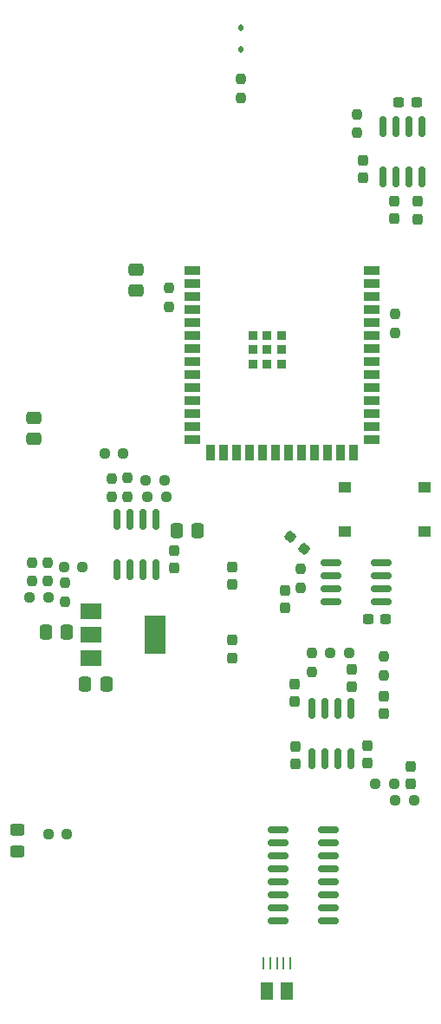
<source format=gbr>
G04 #@! TF.GenerationSoftware,KiCad,Pcbnew,7.0.9*
G04 #@! TF.CreationDate,2024-06-15T21:38:13-04:00*
G04 #@! TF.ProjectId,MEAP_Rev3c,4d454150-5f52-4657-9633-632e6b696361,rev?*
G04 #@! TF.SameCoordinates,Original*
G04 #@! TF.FileFunction,Paste,Top*
G04 #@! TF.FilePolarity,Positive*
%FSLAX46Y46*%
G04 Gerber Fmt 4.6, Leading zero omitted, Abs format (unit mm)*
G04 Created by KiCad (PCBNEW 7.0.9) date 2024-06-15 21:38:13*
%MOMM*%
%LPD*%
G01*
G04 APERTURE LIST*
G04 Aperture macros list*
%AMRoundRect*
0 Rectangle with rounded corners*
0 $1 Rounding radius*
0 $2 $3 $4 $5 $6 $7 $8 $9 X,Y pos of 4 corners*
0 Add a 4 corners polygon primitive as box body*
4,1,4,$2,$3,$4,$5,$6,$7,$8,$9,$2,$3,0*
0 Add four circle primitives for the rounded corners*
1,1,$1+$1,$2,$3*
1,1,$1+$1,$4,$5*
1,1,$1+$1,$6,$7*
1,1,$1+$1,$8,$9*
0 Add four rect primitives between the rounded corners*
20,1,$1+$1,$2,$3,$4,$5,0*
20,1,$1+$1,$4,$5,$6,$7,0*
20,1,$1+$1,$6,$7,$8,$9,0*
20,1,$1+$1,$8,$9,$2,$3,0*%
G04 Aperture macros list end*
%ADD10RoundRect,0.237500X-0.237500X0.300000X-0.237500X-0.300000X0.237500X-0.300000X0.237500X0.300000X0*%
%ADD11RoundRect,0.237500X0.237500X-0.300000X0.237500X0.300000X-0.237500X0.300000X-0.237500X-0.300000X0*%
%ADD12R,2.000000X1.500000*%
%ADD13R,2.000000X3.800000*%
%ADD14RoundRect,0.237500X0.250000X0.237500X-0.250000X0.237500X-0.250000X-0.237500X0.250000X-0.237500X0*%
%ADD15RoundRect,0.150000X-0.150000X0.825000X-0.150000X-0.825000X0.150000X-0.825000X0.150000X0.825000X0*%
%ADD16RoundRect,0.237500X0.344173X0.021239X-0.038849X0.342632X-0.344173X-0.021239X0.038849X-0.342632X0*%
%ADD17RoundRect,0.237500X0.237500X-0.250000X0.237500X0.250000X-0.237500X0.250000X-0.237500X-0.250000X0*%
%ADD18RoundRect,0.150000X-0.825000X-0.150000X0.825000X-0.150000X0.825000X0.150000X-0.825000X0.150000X0*%
%ADD19RoundRect,0.250000X-0.337500X-0.475000X0.337500X-0.475000X0.337500X0.475000X-0.337500X0.475000X0*%
%ADD20RoundRect,0.237500X-0.300000X-0.237500X0.300000X-0.237500X0.300000X0.237500X-0.300000X0.237500X0*%
%ADD21R,1.500000X0.900000*%
%ADD22R,0.900000X1.500000*%
%ADD23R,0.900000X0.900000*%
%ADD24R,1.250000X1.000000*%
%ADD25RoundRect,0.237500X-0.237500X0.250000X-0.237500X-0.250000X0.237500X-0.250000X0.237500X0.250000X0*%
%ADD26RoundRect,0.250000X0.337500X0.475000X-0.337500X0.475000X-0.337500X-0.475000X0.337500X-0.475000X0*%
%ADD27RoundRect,0.237500X-0.250000X-0.237500X0.250000X-0.237500X0.250000X0.237500X-0.250000X0.237500X0*%
%ADD28RoundRect,0.250000X0.475000X-0.337500X0.475000X0.337500X-0.475000X0.337500X-0.475000X-0.337500X0*%
%ADD29RoundRect,0.250000X-0.475000X0.337500X-0.475000X-0.337500X0.475000X-0.337500X0.475000X0.337500X0*%
%ADD30R,0.200000X1.150000*%
%ADD31R,1.300000X1.700000*%
%ADD32RoundRect,0.250000X0.450000X-0.325000X0.450000X0.325000X-0.450000X0.325000X-0.450000X-0.325000X0*%
%ADD33RoundRect,0.112500X0.112500X-0.187500X0.112500X0.187500X-0.112500X0.187500X-0.112500X-0.187500X0*%
G04 APERTURE END LIST*
D10*
X38640000Y-86507500D03*
X38640000Y-88232500D03*
X32500000Y-82247500D03*
X32500000Y-83972500D03*
D11*
X44147500Y-86797502D03*
X44147500Y-85072502D03*
D12*
X18680000Y-79420000D03*
X18680000Y-81720000D03*
X18680000Y-84020000D03*
D13*
X24980000Y-81720000D03*
D14*
X48306999Y-96266001D03*
X46481999Y-96266001D03*
D15*
X51085000Y-32055000D03*
X49815000Y-32055000D03*
X48545000Y-32055000D03*
X47275000Y-32055000D03*
X47275000Y-37005000D03*
X48545000Y-37005000D03*
X49815000Y-37005000D03*
X51085000Y-37005000D03*
D16*
X39560001Y-73330002D03*
X38161969Y-72156914D03*
D17*
X44659999Y-32724999D03*
X44659999Y-30899999D03*
D11*
X32540000Y-76812500D03*
X32540000Y-75087500D03*
D17*
X48400000Y-52242500D03*
X48400000Y-50417500D03*
D10*
X48360000Y-39360000D03*
X48360000Y-41085000D03*
D15*
X25069998Y-70409997D03*
X23799998Y-70409997D03*
X22529998Y-70409997D03*
X21259998Y-70409997D03*
X21259998Y-75359997D03*
X22529998Y-75359997D03*
X23799998Y-75359997D03*
X25069998Y-75359997D03*
D18*
X42130000Y-74700000D03*
X42130000Y-75970000D03*
X42130000Y-77240000D03*
X42130000Y-78510000D03*
X47080000Y-78510000D03*
X47080000Y-77240000D03*
X47080000Y-75970000D03*
X47080000Y-74700000D03*
D11*
X45700001Y-94267501D03*
X45700001Y-92542501D03*
D17*
X47290000Y-85672500D03*
X47290000Y-83847500D03*
D19*
X27045000Y-71530000D03*
X29120000Y-71530000D03*
D20*
X45795000Y-80200000D03*
X47520000Y-80200000D03*
D11*
X47280000Y-89450000D03*
X47280000Y-87725000D03*
D21*
X28650000Y-46170000D03*
X28650000Y-47440000D03*
X28650000Y-48710000D03*
X28650000Y-49980000D03*
X28650000Y-51250000D03*
X28650000Y-52520000D03*
X28650000Y-53790000D03*
X28650000Y-55060000D03*
X28650000Y-56330000D03*
X28650000Y-57600000D03*
X28650000Y-58870000D03*
X28650000Y-60140000D03*
X28650000Y-61410000D03*
X28650000Y-62680000D03*
D22*
X30415000Y-63930000D03*
X31685000Y-63930000D03*
X32955000Y-63930000D03*
X34225000Y-63930000D03*
X35495000Y-63930000D03*
X36765000Y-63930000D03*
X38035000Y-63930000D03*
X39305000Y-63930000D03*
X40575000Y-63930000D03*
X41845000Y-63930000D03*
X43115000Y-63930000D03*
X44385000Y-63930000D03*
D21*
X46150000Y-62680000D03*
X46150000Y-61410000D03*
X46150000Y-60140000D03*
X46150000Y-58870000D03*
X46150000Y-57600000D03*
X46150000Y-56330000D03*
X46150000Y-55060000D03*
X46150000Y-53790000D03*
X46150000Y-52520000D03*
X46150000Y-51250000D03*
X46150000Y-49980000D03*
X46150000Y-48710000D03*
X46150000Y-47440000D03*
X46150000Y-46170000D03*
D23*
X34500000Y-52490000D03*
X34500000Y-53890000D03*
X34500000Y-55290000D03*
X34500000Y-55290000D03*
X35900000Y-52490000D03*
X35900000Y-52490000D03*
X35900000Y-53890000D03*
X35900000Y-55290000D03*
X37300000Y-52490000D03*
X37300000Y-53890000D03*
X37300000Y-55290000D03*
D24*
X43535000Y-71670000D03*
X51285000Y-71670000D03*
D17*
X12910002Y-76497499D03*
X12910002Y-74672499D03*
X22260000Y-68244995D03*
X22260000Y-66419995D03*
D14*
X17882500Y-75090000D03*
X16057500Y-75090000D03*
D25*
X14430000Y-74660000D03*
X14430000Y-76485000D03*
D10*
X45260000Y-35360000D03*
X45260000Y-37085000D03*
D25*
X40270000Y-83487500D03*
X40270000Y-85312500D03*
D18*
X36970000Y-100720000D03*
X36970000Y-101990000D03*
X36970000Y-103260000D03*
X36970000Y-104530000D03*
X36970000Y-105800000D03*
X36970000Y-107070000D03*
X36970000Y-108340000D03*
X36970000Y-109610000D03*
X41920000Y-109610000D03*
X41920000Y-108340000D03*
X41920000Y-107070000D03*
X41920000Y-105800000D03*
X41920000Y-104530000D03*
X41920000Y-103260000D03*
X41920000Y-101990000D03*
X41920000Y-100720000D03*
D19*
X18115000Y-86540000D03*
X20190000Y-86540000D03*
D20*
X48770000Y-29750000D03*
X50495000Y-29750000D03*
D26*
X16360000Y-81460000D03*
X14285000Y-81460000D03*
D27*
X48425002Y-97875001D03*
X50250002Y-97875001D03*
D17*
X33330000Y-29292500D03*
X33330000Y-27467500D03*
D10*
X26810001Y-73464999D03*
X26810001Y-75189999D03*
D11*
X50660001Y-41135001D03*
X50660001Y-39410001D03*
D28*
X23090000Y-48115000D03*
X23090000Y-46040000D03*
D29*
X13150000Y-60502500D03*
X13150000Y-62577500D03*
D25*
X20730000Y-66427500D03*
X20730000Y-68252500D03*
D27*
X20027500Y-64040000D03*
X21852500Y-64040000D03*
D24*
X51300000Y-67330000D03*
X43550000Y-67330000D03*
D25*
X16150000Y-76660000D03*
X16150000Y-78485000D03*
D11*
X38689999Y-94315001D03*
X38689999Y-92590001D03*
D15*
X44100000Y-88905000D03*
X42830000Y-88905000D03*
X41560000Y-88905000D03*
X40290000Y-88905000D03*
X40290000Y-93855000D03*
X41560000Y-93855000D03*
X42830000Y-93855000D03*
X44100000Y-93855000D03*
D30*
X35569999Y-113792000D03*
X36219999Y-113792000D03*
X36869999Y-113792000D03*
X37519999Y-113792000D03*
X38169999Y-113792000D03*
D31*
X35869999Y-116492000D03*
X37869999Y-116492000D03*
D14*
X43930001Y-83500001D03*
X42105001Y-83500001D03*
D25*
X39220000Y-75277500D03*
X39220000Y-77102500D03*
D27*
X24075001Y-66630001D03*
X25900001Y-66630001D03*
D32*
X11540000Y-102840000D03*
X11540000Y-100790000D03*
D10*
X49950000Y-94550000D03*
X49950000Y-96275000D03*
D27*
X12717500Y-78030000D03*
X14542500Y-78030000D03*
D25*
X26340000Y-47857500D03*
X26340000Y-49682500D03*
D10*
X37670000Y-77397500D03*
X37670000Y-79122500D03*
D14*
X16370000Y-101160000D03*
X14545000Y-101160000D03*
X26072500Y-68250000D03*
X24247500Y-68250000D03*
D33*
X33330000Y-24537500D03*
X33330000Y-22437500D03*
M02*

</source>
